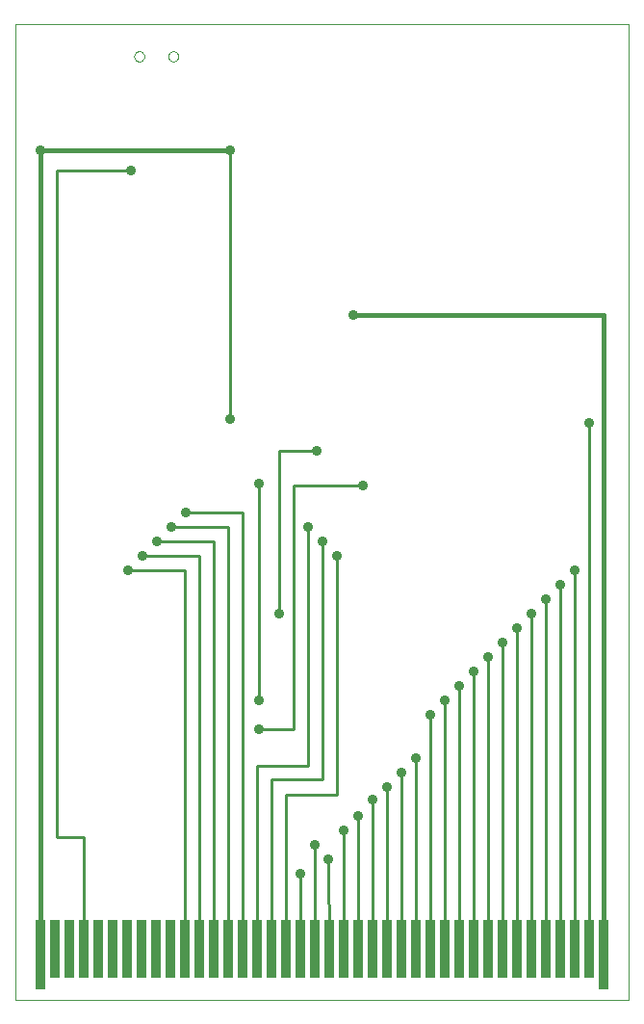
<source format=gbl>
G75*
%MOIN*%
%OFA0B0*%
%FSLAX24Y24*%
%IPPOS*%
%LPD*%
%AMOC8*
5,1,8,0,0,1.08239X$1,22.5*
%
%ADD10C,0.0000*%
%ADD11R,0.0370X0.2400*%
%ADD12R,0.0370X0.2000*%
%ADD13C,0.0160*%
%ADD14C,0.0357*%
%ADD15C,0.0100*%
D10*
X000100Y000100D02*
X000100Y033850D01*
X021350Y033850D01*
X021350Y000100D01*
X000100Y000100D01*
X004215Y032740D02*
X004217Y032766D01*
X004223Y032792D01*
X004232Y032816D01*
X004245Y032839D01*
X004262Y032859D01*
X004281Y032877D01*
X004303Y032892D01*
X004326Y032903D01*
X004351Y032911D01*
X004377Y032915D01*
X004403Y032915D01*
X004429Y032911D01*
X004454Y032903D01*
X004478Y032892D01*
X004499Y032877D01*
X004518Y032859D01*
X004535Y032839D01*
X004548Y032816D01*
X004557Y032792D01*
X004563Y032766D01*
X004565Y032740D01*
X004563Y032714D01*
X004557Y032688D01*
X004548Y032664D01*
X004535Y032641D01*
X004518Y032621D01*
X004499Y032603D01*
X004477Y032588D01*
X004454Y032577D01*
X004429Y032569D01*
X004403Y032565D01*
X004377Y032565D01*
X004351Y032569D01*
X004326Y032577D01*
X004302Y032588D01*
X004281Y032603D01*
X004262Y032621D01*
X004245Y032641D01*
X004232Y032664D01*
X004223Y032688D01*
X004217Y032714D01*
X004215Y032740D01*
X005395Y032740D02*
X005397Y032766D01*
X005403Y032792D01*
X005412Y032816D01*
X005425Y032839D01*
X005442Y032859D01*
X005461Y032877D01*
X005483Y032892D01*
X005506Y032903D01*
X005531Y032911D01*
X005557Y032915D01*
X005583Y032915D01*
X005609Y032911D01*
X005634Y032903D01*
X005658Y032892D01*
X005679Y032877D01*
X005698Y032859D01*
X005715Y032839D01*
X005728Y032816D01*
X005737Y032792D01*
X005743Y032766D01*
X005745Y032740D01*
X005743Y032714D01*
X005737Y032688D01*
X005728Y032664D01*
X005715Y032641D01*
X005698Y032621D01*
X005679Y032603D01*
X005657Y032588D01*
X005634Y032577D01*
X005609Y032569D01*
X005583Y032565D01*
X005557Y032565D01*
X005531Y032569D01*
X005506Y032577D01*
X005482Y032588D01*
X005461Y032603D01*
X005442Y032621D01*
X005425Y032641D01*
X005412Y032664D01*
X005403Y032688D01*
X005397Y032714D01*
X005395Y032740D01*
D11*
X000960Y001660D03*
X020460Y001660D03*
D12*
X019960Y001860D03*
X019460Y001860D03*
X018960Y001860D03*
X018460Y001860D03*
X017960Y001860D03*
X017460Y001860D03*
X016960Y001860D03*
X016460Y001860D03*
X015960Y001860D03*
X015460Y001860D03*
X014960Y001860D03*
X014460Y001860D03*
X013960Y001860D03*
X013460Y001860D03*
X012960Y001860D03*
X012460Y001860D03*
X011960Y001860D03*
X011460Y001860D03*
X010960Y001860D03*
X010460Y001860D03*
X009960Y001860D03*
X009460Y001860D03*
X008960Y001860D03*
X008460Y001860D03*
X007960Y001860D03*
X007460Y001860D03*
X006960Y001860D03*
X006460Y001860D03*
X005960Y001860D03*
X005460Y001860D03*
X004960Y001860D03*
X004460Y001860D03*
X003960Y001860D03*
X003460Y001860D03*
X002960Y001860D03*
X002460Y001860D03*
X001960Y001860D03*
X001460Y001860D03*
D13*
X000960Y001660D02*
X000960Y029500D01*
X007550Y029500D01*
X011790Y023800D02*
X020460Y023800D01*
X020460Y001660D01*
D14*
X014960Y010440D03*
X014460Y009940D03*
X015460Y010940D03*
X015960Y011440D03*
X016460Y011940D03*
X016960Y012440D03*
X017460Y012940D03*
X017960Y013440D03*
X018460Y013940D03*
X018960Y014440D03*
X019460Y014940D03*
X019960Y020070D03*
X013970Y008440D03*
X013460Y007940D03*
X012960Y007440D03*
X012460Y007020D03*
X011960Y006440D03*
X011460Y005940D03*
X010950Y004940D03*
X010460Y005440D03*
X009960Y004440D03*
X008540Y009440D03*
X008540Y010440D03*
X009250Y013440D03*
X010750Y015940D03*
X011250Y015440D03*
X010250Y016440D03*
X008540Y017950D03*
X007550Y020200D03*
X006000Y016940D03*
X005500Y016440D03*
X005000Y015940D03*
X004500Y015440D03*
X004000Y014940D03*
X010550Y019100D03*
X012150Y017900D03*
X011790Y023800D03*
X007550Y029500D03*
X004110Y028800D03*
X000960Y029500D03*
D15*
X001530Y028800D02*
X001540Y005730D01*
X002460Y005730D01*
X002460Y001860D01*
X005960Y001860D02*
X005960Y014940D01*
X004000Y014940D01*
X004500Y015440D02*
X004660Y015440D01*
X004500Y015440D02*
X006460Y015440D01*
X006460Y001860D01*
X006960Y001860D02*
X006960Y015940D01*
X005000Y015940D01*
X005090Y015940D01*
X005500Y016440D02*
X005670Y016440D01*
X005500Y016440D02*
X007460Y016440D01*
X007460Y001860D01*
X007960Y001860D02*
X007960Y016940D01*
X006000Y016940D01*
X006050Y016940D01*
X007550Y020200D02*
X007550Y029500D01*
X004110Y028800D02*
X001530Y028800D01*
X008540Y017950D02*
X008540Y010440D01*
X008540Y009440D02*
X009750Y009440D01*
X009750Y017900D01*
X012150Y017900D01*
X010750Y015940D02*
X010750Y007710D01*
X008960Y007710D01*
X008960Y001860D01*
X008460Y001860D02*
X008460Y008190D01*
X010250Y008190D01*
X010250Y016440D01*
X011250Y015440D02*
X011250Y007200D01*
X009460Y007200D01*
X009460Y001860D01*
X009960Y001860D02*
X009960Y004440D01*
X010460Y005440D02*
X010460Y001860D01*
X010960Y001860D02*
X010950Y004940D01*
X011460Y005940D02*
X011460Y001860D01*
X011960Y001860D02*
X011960Y006440D01*
X012460Y007020D02*
X012460Y001860D01*
X012960Y001860D02*
X012960Y007440D01*
X013460Y007940D02*
X013460Y001860D01*
X013960Y001860D02*
X013970Y008440D01*
X014460Y009940D02*
X014460Y001860D01*
X014960Y001860D02*
X014960Y010440D01*
X015460Y010940D02*
X015460Y001860D01*
X015960Y001860D02*
X015960Y011440D01*
X016460Y011940D02*
X016460Y001860D01*
X016960Y001860D02*
X016960Y012440D01*
X017460Y012940D02*
X017460Y001860D01*
X017960Y001860D02*
X017960Y013440D01*
X018460Y013940D02*
X018460Y001860D01*
X018960Y001860D02*
X018960Y014440D01*
X019460Y014940D02*
X019460Y001860D01*
X019960Y001860D02*
X019960Y020070D01*
X010550Y019100D02*
X009250Y019100D01*
X009250Y013440D01*
M02*

</source>
